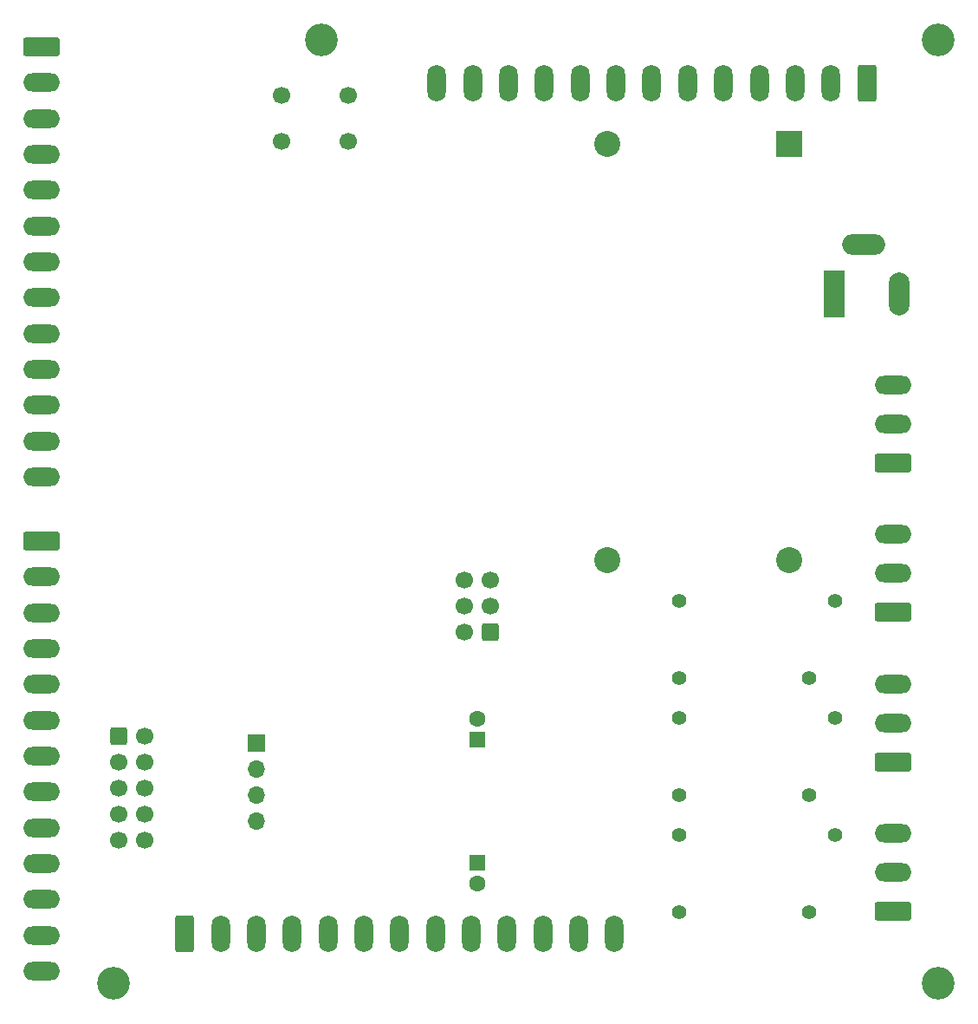
<source format=gbs>
%TF.GenerationSoftware,KiCad,Pcbnew,(6.0.0)*%
%TF.CreationDate,2022-03-13T20:29:15-04:00*%
%TF.ProjectId,alarm_panel_breakout,616c6172-6d5f-4706-916e-656c5f627265,rev?*%
%TF.SameCoordinates,Original*%
%TF.FileFunction,Soldermask,Bot*%
%TF.FilePolarity,Negative*%
%FSLAX46Y46*%
G04 Gerber Fmt 4.6, Leading zero omitted, Abs format (unit mm)*
G04 Created by KiCad (PCBNEW (6.0.0)) date 2022-03-13 20:29:15*
%MOMM*%
%LPD*%
G01*
G04 APERTURE LIST*
G04 Aperture macros list*
%AMRoundRect*
0 Rectangle with rounded corners*
0 $1 Rounding radius*
0 $2 $3 $4 $5 $6 $7 $8 $9 X,Y pos of 4 corners*
0 Add a 4 corners polygon primitive as box body*
4,1,4,$2,$3,$4,$5,$6,$7,$8,$9,$2,$3,0*
0 Add four circle primitives for the rounded corners*
1,1,$1+$1,$2,$3*
1,1,$1+$1,$4,$5*
1,1,$1+$1,$6,$7*
1,1,$1+$1,$8,$9*
0 Add four rect primitives between the rounded corners*
20,1,$1+$1,$2,$3,$4,$5,0*
20,1,$1+$1,$4,$5,$6,$7,0*
20,1,$1+$1,$6,$7,$8,$9,0*
20,1,$1+$1,$8,$9,$2,$3,0*%
G04 Aperture macros list end*
%ADD10R,2.540000X2.540000*%
%ADD11C,2.540000*%
%ADD12R,1.600000X1.600000*%
%ADD13C,1.600000*%
%ADD14C,1.400000*%
%ADD15R,2.000000X4.600000*%
%ADD16O,2.000000X4.200000*%
%ADD17O,4.200000X2.000000*%
%ADD18C,3.200000*%
%ADD19RoundRect,0.250000X-1.550000X0.650000X-1.550000X-0.650000X1.550000X-0.650000X1.550000X0.650000X0*%
%ADD20O,3.600000X1.800000*%
%ADD21RoundRect,0.250000X-0.650000X-1.550000X0.650000X-1.550000X0.650000X1.550000X-0.650000X1.550000X0*%
%ADD22O,1.800000X3.600000*%
%ADD23RoundRect,0.250000X-0.600000X-0.600000X0.600000X-0.600000X0.600000X0.600000X-0.600000X0.600000X0*%
%ADD24C,1.700000*%
%ADD25RoundRect,0.250000X1.550000X-0.650000X1.550000X0.650000X-1.550000X0.650000X-1.550000X-0.650000X0*%
%ADD26RoundRect,0.250000X0.650000X1.550000X-0.650000X1.550000X-0.650000X-1.550000X0.650000X-1.550000X0*%
%ADD27RoundRect,0.250000X0.600000X0.600000X-0.600000X0.600000X-0.600000X-0.600000X0.600000X-0.600000X0*%
%ADD28R,1.700000X1.700000*%
%ADD29O,1.700000X1.700000*%
G04 APERTURE END LIST*
D10*
%TO.C,U3*%
X77470000Y-10160000D03*
D11*
X59690000Y-10160000D03*
X59690000Y-50800000D03*
X77470000Y-50800000D03*
%TD*%
D12*
%TO.C,C4*%
X46990000Y-80324888D03*
D13*
X46990000Y-82324888D03*
%TD*%
D14*
%TO.C,K3*%
X66740000Y-77575000D03*
X81980000Y-77575000D03*
X79440000Y-85175000D03*
X66740000Y-85175000D03*
%TD*%
D15*
%TO.C,J9*%
X81915000Y-24780000D03*
D16*
X88215000Y-24780000D03*
D17*
X84815000Y-19980000D03*
%TD*%
D18*
%TO.C,REF\u002A\u002A*%
X92075000Y-92075000D03*
%TD*%
D19*
%TO.C,J11*%
X4445000Y-635000D03*
D20*
X4445000Y-4135000D03*
X4445000Y-7635000D03*
X4445000Y-11135000D03*
X4445000Y-14635000D03*
X4445000Y-18135000D03*
X4445000Y-21635000D03*
X4445000Y-25135000D03*
X4445000Y-28635000D03*
X4445000Y-32135000D03*
X4445000Y-35635000D03*
X4445000Y-39135000D03*
X4445000Y-42635000D03*
%TD*%
D21*
%TO.C,J12*%
X18425000Y-87237500D03*
D22*
X21925000Y-87237500D03*
X25425000Y-87237500D03*
X28925000Y-87237500D03*
X32425000Y-87237500D03*
X35925000Y-87237500D03*
X39425000Y-87237500D03*
X42925000Y-87237500D03*
X46425000Y-87237500D03*
X49925000Y-87237500D03*
X53425000Y-87237500D03*
X56925000Y-87237500D03*
X60425000Y-87237500D03*
%TD*%
D12*
%TO.C,C5*%
X46990000Y-68265113D03*
D13*
X46990000Y-66265113D03*
%TD*%
D23*
%TO.C,J1*%
X11947500Y-67945000D03*
D24*
X14487500Y-67945000D03*
X11947500Y-70485000D03*
X14487500Y-70485000D03*
X11947500Y-73025000D03*
X14487500Y-73025000D03*
X11947500Y-75565000D03*
X14487500Y-75565000D03*
X11947500Y-78105000D03*
X14487500Y-78105000D03*
%TD*%
%TO.C,SW1*%
X27865000Y-5370000D03*
X34365000Y-5370000D03*
X27865000Y-9870000D03*
X34365000Y-9870000D03*
%TD*%
D18*
%TO.C,REF\u002A\u002A*%
X11430000Y-92075000D03*
%TD*%
D25*
%TO.C,J4*%
X87630000Y-41275000D03*
D20*
X87630000Y-37465000D03*
X87630000Y-33655000D03*
%TD*%
D18*
%TO.C,REF\u002A\u002A*%
X92075000Y0D03*
%TD*%
D26*
%TO.C,J10*%
X85080000Y-4202500D03*
D22*
X81580000Y-4202500D03*
X78080000Y-4202500D03*
X74580000Y-4202500D03*
X71080000Y-4202500D03*
X67580000Y-4202500D03*
X64080000Y-4202500D03*
X60580000Y-4202500D03*
X57080000Y-4202500D03*
X53580000Y-4202500D03*
X50080000Y-4202500D03*
X46580000Y-4202500D03*
X43080000Y-4202500D03*
%TD*%
D14*
%TO.C,K1*%
X66740000Y-54715000D03*
X81980000Y-54715000D03*
X79440000Y-62315000D03*
X66740000Y-62315000D03*
%TD*%
D27*
%TO.C,J2*%
X48260000Y-57785000D03*
D24*
X45720000Y-57785000D03*
X48260000Y-55245000D03*
X45720000Y-55245000D03*
X48260000Y-52705000D03*
X45720000Y-52705000D03*
%TD*%
D25*
%TO.C,J8*%
X87630000Y-55880000D03*
D20*
X87630000Y-52070000D03*
X87630000Y-48260000D03*
%TD*%
D18*
%TO.C,REF\u002A\u002A*%
X31750000Y0D03*
%TD*%
D14*
%TO.C,K2*%
X66740000Y-66145000D03*
X81980000Y-66145000D03*
X79440000Y-73745000D03*
X66740000Y-73745000D03*
%TD*%
D19*
%TO.C,J13*%
X4445000Y-48895000D03*
D20*
X4445000Y-52395000D03*
X4445000Y-55895000D03*
X4445000Y-59395000D03*
X4445000Y-62895000D03*
X4445000Y-66395000D03*
X4445000Y-69895000D03*
X4445000Y-73395000D03*
X4445000Y-76895000D03*
X4445000Y-80395000D03*
X4445000Y-83895000D03*
X4445000Y-87395000D03*
X4445000Y-90895000D03*
%TD*%
D28*
%TO.C,J3*%
X25400000Y-68590000D03*
D29*
X25400000Y-71130000D03*
X25400000Y-73670000D03*
X25400000Y-76210000D03*
%TD*%
D25*
%TO.C,J7*%
X87630000Y-70485000D03*
D20*
X87630000Y-66675000D03*
X87630000Y-62865000D03*
%TD*%
D25*
%TO.C,J6*%
X87630000Y-85090000D03*
D20*
X87630000Y-81280000D03*
X87630000Y-77470000D03*
%TD*%
M02*

</source>
